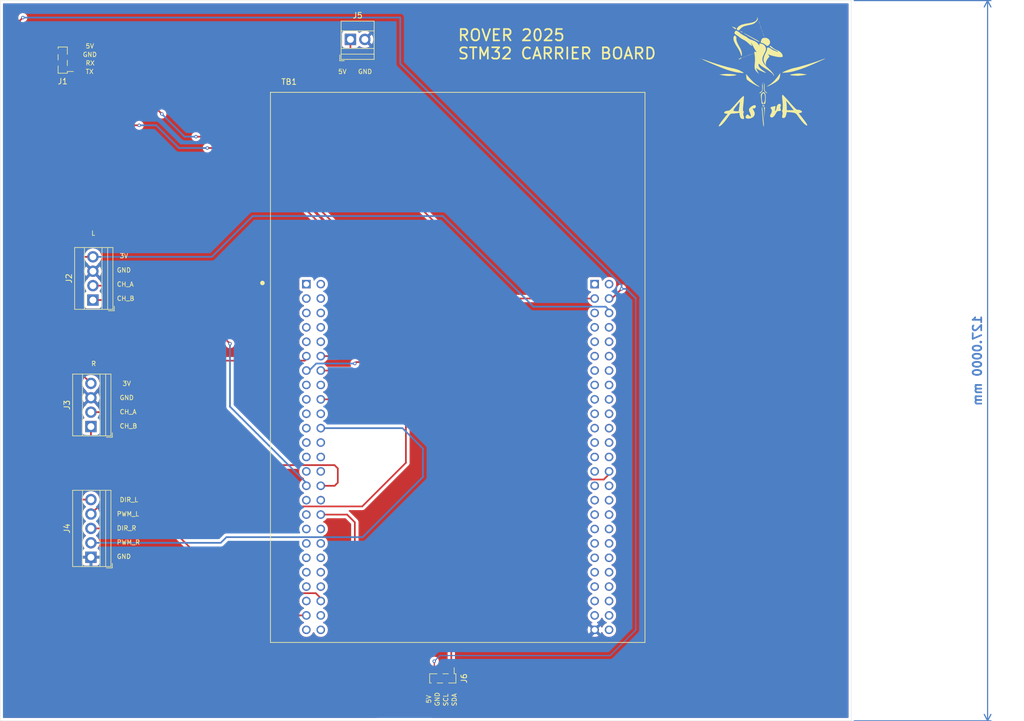
<source format=kicad_pcb>
(kicad_pcb (version 20240108) (generator "pcbnew") (generator_version "8.0")
  (layers (0 "F.Cu" signal) (31 "B.Cu" signal) (34 "B.Paste" user) (35 "F.Paste" user) (36 "B.SilkS" user "B.Silkscreen") (37 "F.SilkS" user "F.Silkscreen") (38 "B.Mask" user) (39 "F.Mask" user) (44 "Edge.Cuts" user))
  (net 0 "")
  (net 1 "GND")
  (net 2 "Vdd_5v")
  (net 3 "Vcc_5v")
  (net 4 "USART_RX")
  (net 5 "USART_TX")
  (net 6 "Vcc_3v")
  (net 7 "PWM1_L")
  (net 8 "Dir2_R")
  (net 9 "Dir1_L")
  (net 10 "PWM2_R")
  (net 11 "SDA")
  (net 12 "SCL")
  (net 96 "Channel A_L")
  (net 97 "Channel B_L")
  (net 98 "Channel A_R")
  (net 99 "Channel B_R")
  (footprint "logo.preety:logo" (layer "F.Cu") (at 185.5 49.5)
    (property "Reference" "G***" (hide yes))
    (property "Value" "LOGO" (hide yes))
  )
  (footprint "Connector_PinSocket_1.00mm:PinSocket_1x04_P1.00mm_Vertical_SMD_Pin1Left" (layer "F.Cu") (at 61.525 47 180)
    (property "Reference" "J1" (at 0 -3.75 0) (layer "F.SilkS"))
    (property "Value" "TTLConnections")
    (pad "1" smd rect (at -0.975 -1.5 180) (size 1.95 0.5) (layers "F.Cu" "F.Paste" "F.Mask") (net 5 "USART_TX"))
    (pad "2" smd rect (at 0.975 -0.5 180) (size 1.95 0.5) (layers "F.Cu" "F.Paste" "F.Mask") (net 4 "USART_RX"))
    (pad "3" smd rect (at -0.975 0.5 180) (size 1.95 0.5) (layers "F.Cu" "F.Paste" "F.Mask") (net 1 "GND"))
    (pad "4" smd rect (at 0.975 1.5 180) (size 1.95 0.5) (layers "F.Cu" "F.Paste" "F.Mask") (net 3 "Vcc_5v"))
  )
  (footprint "TerminalBlock:TerminalBlock_Xinya_XY308-2.54-2P_1x02_P2.54mm_Horizontal" (layer "F.Cu") (at 112.225 43.35)
    (property "Reference" "J5" (at 1.27 -4.22 0) (layer "F.SilkS"))
    (property "Value" "BuckInput")
    (pad "1" thru_hole rect (at 0 0) (size 2 2) (drill 1.2) (layers "*.Cu" "*.Mask") (net 2 "Vdd_5v"))
    (pad "2" thru_hole circle (at 2.54 0) (size 2 2) (drill 1.2) (layers "*.Cu" "*.Mask") (net 1 "GND"))
  )
  (footprint "TerminalBlock:TerminalBlock_Xinya_XY308-2.54-4P_1x04_P2.54mm_Horizontal" (layer "F.Cu") (at 66.5 111.62 90)
    (property "Reference" "J3" (at 3.81 -4.22 90) (layer "F.SilkS"))
    (property "Value" "RightWheelEncoder")
    (pad "1" thru_hole rect (at 0 0 90) (size 2 2) (drill 1.2) (layers "*.Cu" "*.Mask") (net 99 "Channel B_R"))
    (pad "2" thru_hole circle (at 2.54 0 90) (size 2 2) (drill 1.2) (layers "*.Cu" "*.Mask") (net 98 "Channel A_R"))
    (pad "3" thru_hole circle (at 5.08 0 90) (size 2 2) (drill 1.2) (layers "*.Cu" "*.Mask") (net 1 "GND"))
    (pad "4" thru_hole circle (at 7.62 0 90) (size 2 2) (drill 1.2) (layers "*.Cu" "*.Mask") (net 6 "Vcc_3v"))
  )
  (footprint "TerminalBlock:TerminalBlock_Xinya_XY308-2.54-4P_1x04_P2.54mm_Horizontal" (layer "F.Cu") (at 66.85 89.31 90)
    (property "Reference" "J2" (at 3.81 -4.22 90) (layer "F.SilkS"))
    (property "Value" "LeftWheelEncoder")
    (pad "1" thru_hole rect (at 0 0 90) (size 2 2) (drill 1.2) (layers "*.Cu" "*.Mask") (net 97 "Channel B_L"))
    (pad "2" thru_hole circle (at 2.54 0 90) (size 2 2) (drill 1.2) (layers "*.Cu" "*.Mask") (net 96 "Channel A_L"))
    (pad "3" thru_hole circle (at 5.08 0 90) (size 2 2) (drill 1.2) (layers "*.Cu" "*.Mask") (net 1 "GND"))
    (pad "4" thru_hole circle (at 7.62 0 90) (size 2 2) (drill 1.2) (layers "*.Cu" "*.Mask") (net 6 "Vcc_3v"))
  )
  (footprint "Connector_PinSocket_1.00mm:PinSocket_1x04_P1.00mm_Vertical_SMD_Pin1Left" (layer "F.Cu") (at 128.5 156.025 -90)
    (property "Reference" "J6" (at 0 -3.75 90) (layer "F.SilkS"))
    (property "Value" "IMUConnections")
    (pad "1" smd rect (at -0.975 -1.5 270) (size 1.95 0.5) (layers "F.Cu" "F.Paste" "F.Mask") (net 11 "SDA"))
    (pad "2" smd rect (at 0.975 -0.5 270) (size 1.95 0.5) (layers "F.Cu" "F.Paste" "F.Mask") (net 12 "SCL"))
    (pad "3" smd rect (at -0.975 0.5 270) (size 1.95 0.5) (layers "F.Cu" "F.Paste" "F.Mask") (net 1 "GND"))
    (pad "4" smd rect (at 0.975 1.5 270) (size 1.95 0.5) (layers "F.Cu" "F.Paste" "F.Mask") (net 3 "Vcc_5v"))
  )
  (footprint "astra_power:MODULE_STM32F4DISCOVERY" (layer "F.Cu") (at 131.13 101.18)
    (property "Reference" "TB1" (at -29.704825 -50.357815 0) (layer "F.SilkS") (effects (font (size 1.000654 1.000654))))
    (property "Value" "STM32F4DISCOVERY")
    (pad "P1_1" thru_hole rect (at -26.67 -14.68) (size 1.508 1.508) (drill 1) (layers "*.Cu" "*.Mask"))
    (pad "P1_2" thru_hole circle (at -24.13 -14.68) (size 1.508 1.508) (drill 1) (layers "*.Cu" "*.Mask"))
    (pad "P1_3" thru_hole circle (at -26.67 -12.14) (size 1.508 1.508) (drill 1) (layers "*.Cu" "*.Mask"))
    (pad "P1_4" thru_hole circle (at -24.13 -12.14) (size 1.508 1.508) (drill 1) (layers "*.Cu" "*.Mask"))
    (pad "P1_5" thru_hole circle (at -26.67 -9.6) (size 1.508 1.508) (drill 1) (layers "*.Cu" "*.Mask"))
    (pad "P1_6" thru_hole circle (at -24.13 -9.6) (size 1.508 1.508) (drill 1) (layers "*.Cu" "*.Mask"))
    (pad "P1_7" thru_hole circle (at -26.67 -7.06) (size 1.508 1.508) (drill 1) (layers "*.Cu" "*.Mask"))
    (pad "P1_8" thru_hole circle (at -24.13 -7.06) (size 1.508 1.508) (drill 1) (layers "*.Cu" "*.Mask"))
    (pad "P1_9" thru_hole circle (at -26.67 -4.52) (size 1.508 1.508) (drill 1) (layers "*.Cu" "*.Mask"))
    (pad "P1_10" thru_hole circle (at -24.13 -4.52) (size 1.508 1.508) (drill 1) (layers "*.Cu" "*.Mask"))
    (pad "P1_11" thru_hole circle (at -26.67 -1.98) (size 1.508 1.508) (drill 1) (layers "*.Cu" "*.Mask") (net 98 "Channel A_R"))
    (pad "P1_12" thru_hole circle (at -24.13 -1.98) (size 1.508 1.508) (drill 1) (layers "*.Cu" "*.Mask") (net 96 "Channel A_L"))
    (pad "P1_13" thru_hole circle (at -26.67 0.56) (size 1.508 1.508) (drill 1) (layers "*.Cu" "*.Mask") (net 4 "USART_RX"))
    (pad "P1_14" thru_hole circle (at -24.13 0.56) (size 1.508 1.508) (drill 1) (layers "*.Cu" "*.Mask") (net 5 "USART_TX"))
    (pad "P1_15" thru_hole circle (at -26.67 3.1) (size 1.508 1.508) (drill 1) (layers "*.Cu" "*.Mask"))
    (pad "P1_16" thru_hole circle (at -24.13 3.1) (size 1.508 1.508) (drill 1) (layers "*.Cu" "*.Mask"))
    (pad "P1_17" thru_hole circle (at -26.67 5.64) (size 1.508 1.508) (drill 1) (layers "*.Cu" "*.Mask"))
    (pad "P1_18" thru_hole circle (at -24.13 5.64) (size 1.508 1.508) (drill 1) (layers "*.Cu" "*.Mask") (net 7 "PWM1_L"))
    (pad "P1_19" thru_hole circle (at -26.67 8.18) (size 1.508 1.508) (drill 1) (layers "*.Cu" "*.Mask"))
    (pad "P1_20" thru_hole circle (at -24.13 8.18) (size 1.508 1.508) (drill 1) (layers "*.Cu" "*.Mask"))
    (pad "P1_21" thru_hole circle (at -26.67 10.72) (size 1.508 1.508) (drill 1) (layers "*.Cu" "*.Mask"))
    (pad "P1_22" thru_hole circle (at -24.13 10.72) (size 1.508 1.508) (drill 1) (layers "*.Cu" "*.Mask") (net 10 "PWM2_R"))
    (pad "P1_23" thru_hole circle (at -26.67 13.26) (size 1.508 1.508) (drill 1) (layers "*.Cu" "*.Mask"))
    (pad "P1_24" thru_hole circle (at -24.13 13.26) (size 1.508 1.508) (drill 1) (layers "*.Cu" "*.Mask"))
    (pad "P1_25" thru_hole circle (at -26.67 15.8) (size 1.508 1.508) (drill 1) (layers "*.Cu" "*.Mask"))
    (pad "P1_26" thru_hole circle (at -24.13 15.8) (size 1.508 1.508) (drill 1) (layers "*.Cu" "*.Mask"))
    (pad "P1_27" thru_hole circle (at -26.67 18.34) (size 1.508 1.508) (drill 1) (layers "*.Cu" "*.Mask"))
    (pad "P1_28" thru_hole circle (at -24.13 18.34) (size 1.508 1.508) (drill 1) (layers "*.Cu" "*.Mask"))
    (pad "P1_29" thru_hole circle (at -26.67 20.88) (size 1.508 1.508) (drill 1) (layers "*.Cu" "*.Mask") (net 97 "Channel B_L"))
    (pad "P1_30" thru_hole circle (at -24.13 20.88) (size 1.508 1.508) (drill 1) (layers "*.Cu" "*.Mask") (net 99 "Channel B_R"))
    (pad "P1_31" thru_hole circle (at -26.67 23.42) (size 1.508 1.508) (drill 1) (layers "*.Cu" "*.Mask"))
    (pad "P1_32" thru_hole circle (at -24.13 23.42) (size 1.508 1.508) (drill 1) (layers "*.Cu" "*.Mask"))
    (pad "P1_33" thru_hole circle (at -26.67 25.96) (size 1.508 1.508) (drill 1) (layers "*.Cu" "*.Mask"))
    (pad "P1_34" thru_hole circle (at -24.13 25.96) (size 1.508 1.508) (drill 1) (layers "*.Cu" "*.Mask") (net 12 "SCL"))
    (pad "P1_35" thru_hole circle (at -26.67 28.5) (size 1.508 1.508) (drill 1) (layers "*.Cu" "*.Mask"))
    (pad "P1_36" thru_hole circle (at -24.13 28.5) (size 1.508 1.508) (drill 1) (layers "*.Cu" "*.Mask"))
    (pad "P1_37" thru_hole circle (at -26.67 31.04) (size 1.508 1.508) (drill 1) (layers "*.Cu" "*.Mask"))
    (pad "P1_38" thru_hole circle (at -24.13 31.04) (size 1.508 1.508) (drill 1) (layers "*.Cu" "*.Mask"))
    (pad "P1_39" thru_hole circle (at -26.67 33.58) (size 1.508 1.508) (drill 1) (layers "*.Cu" "*.Mask"))
    (pad "P1_40" thru_hole circle (at -24.13 33.58) (size 1.508 1.508) (drill 1) (layers "*.Cu" "*.Mask"))
    (pad "P1_41" thru_hole circle (at -26.67 36.12) (size 1.508 1.508) (drill 1) (layers "*.Cu" "*.Mask"))
    (pad "P1_42" thru_hole circle (at -24.13 36.12) (size 1.508 1.508) (drill 1) (layers "*.Cu" "*.Mask"))
    (pad "P1_43" thru_hole circle (at -26.67 38.66) (size 1.508 1.508) (drill 1) (layers "*.Cu" "*.Mask"))
    (pad "P1_44" thru_hole circle (at -24.13 38.66) (size 1.508 1.508) (drill 1) (layers "*.Cu" "*.Mask"))
    (pad "P1_45" thru_hole circle (at -26.67 41.2) (size 1.508 1.508) (drill 1) (layers "*.Cu" "*.Mask"))
    (pad "P1_46" thru_hole circle (at -24.13 41.2) (size 1.508 1.508) (drill 1) (layers "*.Cu" "*.Mask") (net 8 "Dir2_R"))
    (pad "P1_47" thru_hole circle (at -26.67 43.74) (size 1.508 1.508) (drill 1) (layers "*.Cu" "*.Mask") (net 9 "Dir1_L"))
    (pad "P1_48" thru_hole circle (at -24.13 43.74) (size 1.508 1.508) (drill 1) (layers "*.Cu" "*.Mask"))
    (pad "P1_49" thru_hole circle (at -26.67 46.28) (size 1.508 1.508) (drill 1) (layers "*.Cu" "*.Mask"))
    (pad "P1_50" thru_hole circle (at -24.13 46.28) (size 1.508 1.508) (drill 1) (layers "*.Cu" "*.Mask"))
    (pad "P2_1" thru_hole rect (at 24.13 -14.68) (size 1.508 1.508) (drill 1) (layers "*.Cu" "*.Mask"))
    (pad "P2_2" thru_hole circle (at 26.67 -14.68) (size 1.508 1.508) (drill 1) (layers "*.Cu" "*.Mask"))
    (pad "P2_3" thru_hole circle (at 24.13 -12.14) (size 1.508 1.508) (drill 1) (layers "*.Cu" "*.Mask") (net 2 "Vdd_5v"))
    (pad "P2_4" thru_hole circle (at 26.67 -12.14) (size 1.508 1.508) (drill 1) (layers "*.Cu" "*.Mask") (net 3 "Vcc_5v"))
    (pad "P2_5" thru_hole circle (at 24.13 -9.6) (size 1.508 1.508) (drill 1) (layers "*.Cu" "*.Mask"))
    (pad "P2_6" thru_hole circle (at 26.67 -9.6) (size 1.508 1.508) (drill 1) (layers "*.Cu" "*.Mask") (net 6 "Vcc_3v"))
    (pad "P2_7" thru_hole circle (at 24.13 -7.06) (size 1.508 1.508) (drill 1) (layers "*.Cu" "*.Mask"))
    (pad "P2_8" thru_hole circle (at 26.67 -7.06) (size 1.508 1.508) (drill 1) (layers "*.Cu" "*.Mask"))
    (pad "P2_9" thru_hole circle (at 24.13 -4.52) (size 1.508 1.508) (drill 1) (layers "*.Cu" "*.Mask"))
    (pad "P2_10" thru_hole circle (at 26.67 -4.52) (size 1.508 1.508) (drill 1) (layers "*.Cu" "*.Mask"))
    (pad "P2_11" thru_hole circle (at 24.13 -1.98) (size 1.508 1.508) (drill 1) (layers "*.Cu" "*.Mask"))
    (pad "P2_12" thru_hole circle (at 26.67 -1.98) (size 1.508 1.508) (drill 1) (layers "*.Cu" "*.Mask"))
    (pad "P2_13" thru_hole circle (at 24.13 0.56) (size 1.508 1.508) (drill 1) (layers "*.Cu" "*.Mask"))
    (pad "P2_14" thru_hole circle (at 26.67 0.56) (size 1.508 1.508) (drill 1) (layers "*.Cu" "*.Mask"))
    (pad "P2_15" thru_hole circle (at 24.13 3.1) (size 1.508 1.508) (drill 1) (layers "*.Cu" "*.Mask"))
    (pad "P2_16" thru_hole circle (at 26.67 3.1) (size 1.508 1.508) (drill 1) (layers "*.Cu" "*.Mask"))
    (pad "P2_17" thru_hole circle (at 24.13 5.64) (size 1.508 1.508) (drill 1) (layers "*.Cu" "*.Mask"))
    (pad "P2_18" thru_hole circle (at 26.67 5.64) (size 1.508 1.508) (drill 1) (layers "*.Cu" "*.Mask"))
    (pad "P2_19" thru_hole circle (at 24.13 8.18) (size 1.508 1.508) (drill 1) (layers "*.Cu" "*.Mask"))
    (pad "P2_20" thru_hole circle (at 26.67 8.18) (size 1.508 1.508) (drill 1) (layers "*.Cu" "*.Mask"))
    (pad "P2_21" thru_hole circle (at 24.13 10.72) (size 1.508 1.508) (drill 1) (layers "*.Cu" "*.Mask"))
    (pad "P2_22" thru_hole circle (at 26.67 10.72) (size 1.508 1.508) (drill 1) (layers "*.Cu" "*.Mask"))
    (pad "P2_23" thru_hole circle (at 24.13 13.26) (size 1.508 1.508) (drill 1) (layers "*.Cu" "*.Mask"))
    (pad "P2_24" thru_hole circle (at 26.67 13.26) (size 1.508 1.508) (drill 1) (layers "*.Cu" "*.Mask"))
    (pad "P2_25" thru_hole circle (at 24.13 15.8) (size 1.508 1.508) (drill 1) (layers "*.Cu" "*.Mask"))
    (pad "P2_26" thru_hole circle (at 26.67 15.8) (size 1.508 1.508) (drill 1) (layers "*.Cu" "*.Mask"))
    (pad "P2_27" thru_hole circle (at 24.13 18.34) (size 1.508 1.508) (drill 1) (layers "*.Cu" "*.Mask"))
    (pad "P2_28" thru_hole circle (at 26.67 18.34) (size 1.508 1.508) (drill 1) (layers "*.Cu" "*.Mask") (net 11 "SDA"))
    (pad "P2_29" thru_hole circle (at 24.13 20.88) (size 1.508 1.508) (drill 1) (layers "*.Cu" "*.Mask"))
    (pad "P2_30" thru_hole circle (at 26.67 20.88) (size 1.508 1.508) (drill 1) (layers "*.Cu" "*.Mask"))
    (pad "P2_31" thru_hole circle (at 24.13 23.42) (size 1.508 1.508) (drill 1) (layers "*.Cu" "*.Mask"))
    (pad "P2_32" thru_hole circle (at 26.67 23.42) (size 1.508 1.508) (drill 1) (layers "*.Cu" "*.Mask"))
    (pad "P2_33" thru_hole circle (at 24.13 25.96) (size 1.508 1.508) (drill 1) (layers "*.Cu" "*.Mask"))
    (pad "P2_34" thru_hole circle (at 26.67 25.96) (size 1.508 1.508) (drill 1) (layers "*.Cu" "*.Mask"))
    (pad "P2_35" thru_hole circle (at 24.13 28.5) (size 1.508 1.508) (drill 1) (layers "*.Cu" "*.Mask"))
    (pad "P2_36" thru_hole circle (at 26.67 28.5) (size 1.508 1.508) (drill 1) (layers "*.Cu" "*.Mask"))
    (pad "P2_37" thru_hole circle (at 24.13 31.04) (size 1.508 1.508) (drill 1) (layers "*.Cu" "*.Mask"))
    (pad "P2_38" thru_hole circle (at 26.67 31.04) (size 1.508 1.508) (drill 1) (layers "*.Cu" "*.Mask"))
    (pad "P2_39" thru_hole circle (at 24.13 33.58) (size 1.508 1.508) (drill 1) (layers "*.Cu" "*.Mask"))
    (pad "P2_40" thru_hole circle (at 26.67 33.58) (size 1.508 1.508) (drill 1) (layers "*.Cu" "*.Mask"))
    (pad "P2_41" thru_hole circle (at 24.13 36.12) (size 1.508 1.508) (drill 1) (layers "*.Cu" "*.Mask"))
    (pad "P2_42" thru_hole circle (at 26.67 36.12) (size 1.508 1.508) (drill 1) (layers "*.Cu" "*.Mask"))
    (pad "P2_43" thru_hole circle (at 24.13 38.66) (size 1.508 1.508) (drill 1) (layers "*.Cu" "*.Mask"))
    (pad "P2_44" thru_hole circle (at 26.67 38.66) (size 1.508 1.508) (drill 1) (layers "*.Cu" "*.Mask"))
    (pad "P2_45" thru_hole circle (at 24.13 41.2) (size 1.508 1.508) (drill 1) (layers "*.Cu" "*.Mask"))
    (pad "P2_46" thru_hole circle (at 26.67 41.2) (size 1.508 1.508) (drill 1) (layers "*.Cu" "*.Mask"))
    (pad "P2_47" thru_hole circle (at 24.13 43.74) (size 1.508 1.508) (drill 1) (layers "*.Cu" "*.Mask"))
    (pad "P2_48" thru_hole circle (at 26.67 43.74) (size 1.508 1.508) (drill 1) (layers "*.Cu" "*.Mask"))
    (pad "P2_49" thru_hole circle (at 24.13 46.28) (size 1.508 1.508) (drill 1) (layers "*.Cu" "*.Mask") (net 1 "GND"))
    (pad "P2_50" thru_hole circle (at 26.67 46.28) (size 1.508 1.508) (drill 1) (layers "*.Cu" "*.Mask"))
  )
  (footprint "TerminalBlock:TerminalBlock_Xinya_XY308-2.54-5P_1x05_P2.54mm_Horizontal" (layer "F.Cu") (at 66.5 134.66 90)
    (property "Reference" "J4" (at 5.08 -4.22 90) (layer "F.SilkS"))
    (property "Value" "MotorDriverConnections")
    (pad "1" thru_hole rect (at 0 0 90) (size 2 2) (drill 1.2) (layers "*.Cu" "*.Mask") (net 1 "GND"))
    (pad "2" thru_hole circle (at 2.54 0 90) (size 2 2) (drill 1.2) (layers "*.Cu" "*.Mask") (net 10 "PWM2_R"))
    (pad "3" thru_hole circle (at 5.08 0 90) (size 2 2) (drill 1.2) (layers "*.Cu" "*.Mask") (net 8 "Dir2_R"))
    (pad "4" thru_hole circle (at 7.62 0 90) (size 2 2) (drill 1.2) (layers "*.Cu" "*.Mask") (net 7 "PWM1_L"))
    (pad "5" thru_hole circle (at 10.16 0 90) (size 2 2) (drill 1.2) (layers "*.Cu" "*.Mask") (net 9 "Dir1_L"))
  )
  (gr_rect (start 50.5 36.5) (end 200.5 163.5) (stroke (width 0.05)) (fill none) (layer "Edge.Cuts"))
  (gr_text "CH_B" (at 71.5 112 0) (layer "F.SilkS") (effects (font (size 0.8 0.8) (thickness 0.125)) (justify left bottom)))
  (gr_text "PWM_R" (at 71 132.5 0) (layer "F.SilkS") (effects (font (size 0.8 0.8) (thickness 0.125)) (justify left bottom)))
  (gr_text "CH_A" (at 71 87 0) (layer "F.SilkS") (effects (font (size 0.8 0.8) (thickness 0.125)) (justify left bottom)))
  (gr_text "CH_B" (at 71 89.5 0) (layer "F.SilkS") (effects (font (size 0.8 0.8) (thickness 0.125)) (justify left bottom)))
  (gr_text "GND" (at 113.5 49.5 0) (layer "F.SilkS") (effects (font (size 0.8 0.8) (thickness 0.125)) (justify left bottom)))
  (gr_text "GND" (at 71 84.5 0) (layer "F.SilkS") (effects (font (size 0.8 0.8) (thickness 0.125)) (justify left bottom)))
  (gr_text "GND" (at 71.5 107 0) (layer "F.SilkS") (effects (font (size 0.8 0.8) (thickness 0.125)) (justify left bottom)))
  (gr_text "5V" (at 65.5 45 0) (layer "F.SilkS") (effects (font (size 0.8 0.8) (thickness 0.125) (bold yes)) (justify left bottom)))
  (gr_text "RX" (at 65.5 48 0) (layer "F.SilkS") (effects (font (size 0.8 0.8) (thickness 0.125)) (justify left bottom)))
  (gr_text "DIR_L" (at 71.5 125 0) (layer "F.SilkS") (effects (font (size 0.8 0.8) (thickness 0.125)) (justify left bottom)))
  (gr_text "5V" (at 110 49.5 0) (layer "F.SilkS") (effects (font (size 0.8 0.8) (thickness 0.125)) (justify left bottom)))
  (gr_text "L" (at 66.5 78 0) (layer "F.SilkS") (effects (font (size 0.8 0.8) (thickness 0.125)) (justify left bottom)))
  (gr_text "TX" (at 65.5 49.5 0) (layer "F.SilkS") (effects (font (size 0.8 0.8) (thickness 0.125)) (justify left bottom)))
  (gr_text "R" (at 66.5 101 0) (layer "F.SilkS") (effects (font (size 0.8 0.8) (thickness 0.125)) (justify left bottom)))
  (gr_text "3V" (at 72 104.5 0) (layer "F.SilkS") (effects (font (size 0.8 0.8) (thickness 0.125)) (justify left bottom)))
  (gr_text "GND" (at 65 46.5 0) (layer "F.SilkS") (effects (font (size 0.8 0.8) (thickness 0.125)) (justify left bottom)))
  (gr_text "SDA" (at 131 161 90) (layer "F.SilkS") (effects (font (size 0.8 0.8) (thickness 0.125)) (justify left bottom)))
  (gr_text "5V" (at 126.5 160.5 90) (layer "F.SilkS") (effects (font (size 0.8 0.8) (thickness 0.125)) (justify left bottom)))
  (gr_text "3V" (at 71.5 82 0) (layer "F.SilkS") (effects (font (size 0.8 0.8) (thickness 0.125)) (justify left bottom)))
  (gr_text "SCL" (at 129.5 161 90) (layer "F.SilkS") (effects (font (size 0.8 0.8) (thickness 0.125)) (justify left bottom)))
  (gr_text "PWM_L" (at 71 127.5 0) (layer "F.SilkS") (effects (font (size 0.8 0.8) (thickness 0.125)) (justify left bottom)))
  (gr_text "GND" (at 71 135 0) (layer "F.SilkS") (effects (font (size 0.8 0.8) (thickness 0.125)) (justify left bottom)))
  (gr_text "ROVER 2025\nSTM32 CARRIER BOARD" (at 131 47 0) (layer "F.SilkS") (effects (font (size 2 2) (thickness 0.3)) (justify left bottom)))
  (gr_text "GND" (at 128 161 90) (layer "F.SilkS") (effects (font (size 0.8 0.8) (thickness 0.125)) (justify left bottom)))
  (gr_text "DIR_R" (at 71 130 0) (layer "F.SilkS") (effects (font (size 0.8 0.8) (thickness 0.125)) (justify left bottom)))
  (gr_text "CH_A" (at 71.5 109.5 0) (layer "F.SilkS") (effects (font (size 0.8 0.8) (thickness 0.125)) (justify left bottom)))
  (dimension (type aligned) (layer "B.Cu") (pts (xy 200.5 163.5) (xy 200.5 36.5)) (height 24) (gr_text "127.0000 mm" (at 222.7 100 90) (layer "B.Cu") (effects (font (size 1.5 1.5) (thickness 0.3)) (justify mirror))) (format (prefix "") (suffix "") (units 3) (units_format 1) (precision 4)) (style (thickness 0.2) (arrow_length 1.27) (text_position_mode 0) (extension_height 0.58642) (extension_offset 0.5) keep_text_aligned))
  (segment (start 61.5 106.5) (end 61.54 106.54) (width 0.3) (layer "B.Cu") (net 1))
  (segment (start 152.72 150.5) (end 155.76 147.46) (width 0.3) (layer "B.Cu") (net 1))
  (segment (start 140.54 89.04) (end 112.225 60.725) (width 0.3) (layer "F.Cu") (net 2))
  (segment (start 112.225 43.35) (end 112.225 60.725) (width 0.3) (layer "F.Cu") (net 2))
  (segment (start 155.76 89.04) (end 140.54 89.04) (width 0.3) (layer "F.Cu") (net 2))
  (segment (start 54.5 39.5) (end 54 40) (width 0.3) (layer "F.Cu") (net 3))
  (segment (start 54 40) (end 54 43) (width 0.3) (layer "F.Cu") (net 3))
  (segment (start 127 157) (end 127 153) (width 0.2) (layer "F.Cu") (net 3))
  (segment (start 56.5 45.5) (end 60.55 45.5) (width 0.3) (layer "F.Cu") (net 3))
  (segment (start 54 43) (end 56.5 45.5) (width 0.3) (layer "F.Cu") (net 3))
  (segment (start 160 87.34) (end 158.3 89.04) (width 0.3) (layer "F.Cu") (net 3))
  (via (at 127 153) (size 0.6) (drill 0.3) (layers "F.Cu" "B.Cu") (net 3))
  (via (at 160 87.34) (size 0.6) (drill 0.3) (layers "F.Cu" "B.Cu") (net 3))
  (via (at 54.5 39.5) (size 0.6) (drill 0.3) (layers "F.Cu" "B.Cu") (net 3))
  (segment (start 128 152) (end 158 152) (width 0.2) (layer "B.Cu") (net 3))
  (segment (start 121 47.638708) (end 121 39.5) (width 0.3) (layer "B.Cu") (net 3))
  (segment (start 160 87.34) (end 160 86.638708) (width 0.3) (layer "B.Cu") (net 3))
  (segment (start 158 152) (end 162.5 147.5) (width 0.2) (layer "B.Cu") (net 3))
  (segment (start 121 39.5) (end 54.5 39.5) (width 0.3) (layer "B.Cu") (net 3))
  (segment (start 127 153) (end 128 152) (width 0.2) (layer "B.Cu") (net 3))
  (segment (start 162.5 147.5) (end 162.5 89) (width 0.2) (layer "B.Cu") (net 3))
  (segment (start 160 86.638708) (end 121 47.638708) (width 0.3) (layer "B.Cu") (net 3))
  (segment (start 160.84 87.34) (end 160 87.34) (width 0.3) (layer "B.Cu") (net 3))
  (segment (start 162.5 89) (end 160.84 87.34) (width 0.3) (layer "B.Cu") (net 3))
  (segment (start 113.246 100.254) (end 113 100.5) (width 0.3) (layer "F.Cu") (net 4))
  (segment (start 56 49.5) (end 58 47.5) (width 0.3) (layer "F.Cu") (net 4))
  (segment (start 117 98.5) (end 117 86) (width 0.3) (layer "F.Cu") (net 4))
  (segment (start 56 58.5) (end 56 49.5) (width 0.3) (layer "F.Cu") (net 4))
  (segment (start 117 86) (end 93.5 62.5) (width 0.3) (layer "F.Cu") (net 4))
  (segment (start 93.5 62.5) (end 87 62.5) (width 0.3) (layer "F.Cu") (net 4))
  (segment (start 58 47.5) (end 60.55 47.5) (width 0.3) (layer "F.Cu") (net 4))
  (segment (start 115.246 100.254) (end 113.246 100.254) (width 0.3) (layer "F.Cu") (net 4))
  (segment (start 115.246 100.254) (end 117 98.5) (width 0.3) (layer "F.Cu") (net 4))
  (segment (start 75 58.5) (end 56 58.5) (width 0.3) (layer "F.Cu") (net 4))
  (via (at 75 58.5) (size 0.6) (drill 0.3) (layers "F.Cu" "B.Cu") (net 4))
  (via (at 113 100.5) (size 0.6) (drill 0.3) (layers "F.Cu" "B.Cu") (net 4))
  (via (at 87 62.5) (size 0.6) (drill 0.3) (layers "F.Cu" "B.Cu") (net 4))
  (segment (start 75 58.5) (end 78 58.5) (width 0.3) (layer "B.Cu") (net 4))
  (segment (start 106.2 100.5) (end 113 100.5) (width 0.3) (layer "B.Cu") (net 4))
  (segment (start 82 62.5) (end 87 62.5) (width 0.3) (layer "B.Cu") (net 4))
  (segment (start 104.96 101.74) (end 106.2 100.5) (width 0.3) (layer "B.Cu") (net 4))
  (segment (start 78 58.5) (end 82 62.5) (width 0.3) (layer "B.Cu") (net 4))
  (segment (start 119.5 98.5) (end 119.5 86) (width 0.3) (layer "F.Cu") (net 5))
  (segment (start 116.26 101.74) (end 119.5 98.5) (width 0.3) (layer "F.Cu") (net 5))
  (segment (start 63.5 48.5) (end 62.5 48.5) (width 0.3) (layer "F.Cu") (net 5))
  (segment (start 119.5 86) (end 94 60.5) (width 0.3) (layer "F.Cu") (net 5))
  (segment (start 94 60.5) (end 85 60.5) (width 0.3) (layer "F.Cu") (net 5))
  (segment (start 78 55.5) (end 70.5 55.5) (width 0.3) (layer "F.Cu") (net 5))
  (segment (start 79 56.5) (end 78 55.5) (width 0.3) (layer "F.Cu") (net 5))
  (segment (start 107.5 101.74) (end 116.26 101.74) (width 0.3) (layer "F.Cu") (net 5))
  (segment (start 70.5 55.5) (end 63.5 48.5) (width 0.3) (layer "F.Cu") (net 5))
  (via (at 85 60.5) (size 0.6) (drill 0.3) (layers "F.Cu" "B.Cu") (net 5))
  (via (at 79 56.5) (size 0.6) (drill 0.3) (layers "F.Cu" "B.Cu") (net 5))
  (segment (start 83 60.5) (end 85 60.5) (width 0.3) (layer "B.Cu") (net 5))
  (segment (start 79 56.5) (end 83 60.5) (width 0.3) (layer "B.Cu") (net 5))
  (segment (start 66.85 81.69) (end 62.31 81.69) (width 0.3) (layer "F.Cu") (net 6))
  (segment (start 57.5 95) (end 66.5 104) (width 0.3) (layer "F.Cu") (net 6))
  (segment (start 57.5 86.5) (end 57.5 95) (width 0.3) (layer "F.Cu") (net 6))
  (segment (start 62.31 81.69) (end 57.5 86.5) (width 0.3) (layer "F.Cu") (net 6))
  (segment (start 128.5 74.5) (end 144.476 90.476) (width 0.3) (layer "B.Cu") (net 6))
  (segment (start 95 74.5) (end 128.5 74.5) (width 0.3) (layer "B.Cu") (net 6))
  (segment (start 144.476 90.476) (end 157.196 90.476) (width 0.3) (layer "B.Cu") (net 6))
  (segment (start 66.85 81.69) (end 87.81 81.69) (width 0.3) (layer "B.Cu") (net 6))
  (segment (start 157.196 90.476) (end 158.3 91.58) (width 0.3) (layer "B.Cu") (net 6))
  (segment (start 87.81 81.69) (end 95 74.5) (width 0.3) (layer "B.Cu") (net 6))
  (segment (start 67.836 125.704) (end 114.296 125.704) (width 0.3) (layer "F.Cu") (net 7))
  (segment (start 118.82 106.82) (end 107.5 106.82) (width 0.3) (layer "F.Cu") (net 7))
  (segment (start 114.296 125.704) (end 122 118) (width 0.3) (layer "F.Cu") (net 7))
  (segment (start 122 118) (end 122 110) (width 0.3) (layer "F.Cu") (net 7))
  (segment (start 122 110) (end 118.82 106.82) (width 0.3) (layer "F.Cu") (net 7))
  (segment (start 66.5 127.04) (end 67.836 125.704) (width 0.3) (layer "F.Cu") (net 7))
  (segment (start 80.58 129.58) (end 91 140) (width 0.3) (layer "F.Cu") (net 8))
  (segment (start 101.5 141) (end 106.12 141) (width 0.3) (layer "F.Cu") (net 8))
  (segment (start 66.5 129.58) (end 80.58 129.58) (width 0.3) (layer "F.Cu") (net 8))
  (segment (start 106.12 141) (end 107.5 142.38) (width 0.3) (layer "F.Cu") (net 8))
  (segment (start 100.5 140) (end 101.5 141) (width 0.3) (layer "F.Cu") (net 8))
  (segment (start 91 140) (end 100.5 140) (width 0.3) (layer "F.Cu") (net 8))
  (segment (start 55.5 124) (end 56.5 124) (width 0.3) (layer "F.Cu") (net 9))
  (segment (start 57 124.5) (end 66.5 124.5) (width 0.3) (layer "F.Cu") (net 9))
  (segment (start 54 129) (end 54 125.5) (width 0.3) (layer "F.Cu") (net 9))
  (segment (start 104.96 144.92) (end 69.92 144.92) (width 0.3) (layer "F.Cu") (net 9))
  (segment (start 69.92 144.92) (end 54 129) (width 0.3) (layer "F.Cu") (net 9))
  (segment (start 54 125.5) (end 55.5 124) (width 0.3) (layer "F.Cu") (net 9))
  (segment (start 56.5 124) (end 57 124.5) (width 0.3) (layer "F.Cu") (net 9))
  (segment (start 121.4 111.9) (end 107.5 111.9) (width 0.3) (layer "B.Cu") (net 10))
  (segment (start 125 120.5) (end 125 115.5) (width 0.3) (layer "B.Cu") (net 10))
  (segment (start 114.384 131.116) (end 125 120.5) (width 0.3) (layer "B.Cu") (net 10))
  (segment (start 125 115.5) (end 121.4 111.9) (width 0.3) (layer "B.Cu") (net 10))
  (segment (start 89.38 132.12) (end 90.384 131.116) (width 0.3) (layer "B.Cu") (net 10))
  (segment (start 90.384 131.116) (end 114.384 131.116) (width 0.3) (layer "B.Cu") (net 10))
  (segment (start 66.5 132.12) (end 89.38 132.12) (width 0.3) (layer "B.Cu") (net 10))
  (segment (start 156.864 120.956) (end 158.3 119.52) (width 0.3) (layer "F.Cu") (net 11))
  (segment (start 149.544 120.956) (end 156.864 120.956) (width 0.3) (layer "F.Cu") (net 11))
  (segment (start 130 140.5) (end 149.544 120.956) (width 0.3) (layer "F.Cu") (net 11))
  (segment (start 130 155.05) (end 130 140.5) (width 0.3) (layer "F.Cu") (net 11))
  (segment (start 126 162.5) (end 117.5 162.5) (width 0.3) (layer "F.Cu") (net 12))
  (segment (start 129 159.5) (end 126 162.5) (width 0.3) (layer "F.Cu") (net 12))
  (segment (start 111.64 127.14) (end 113 128.5) (width 0.3) (layer "F.Cu") (net 12))
  (segment (start 107.5 127.14) (end 111.64 127.14) (width 0.3) (layer "F.Cu") (net 12))
  (segment (start 117.5 162.5) (end 113 158) (width 0.3) (layer "F.Cu") (net 12))
  (segment (start 113 158) (end 113 128.5) (width 0.3) (layer "F.Cu") (net 12))
  (segment (start 129 157) (end 129 159.5) (width 0.3) (layer "F.Cu") (net 12))
  (segment (start 107.5 99.2) (end 109.8 99.2) (width 0.3) (layer "F.Cu") (net 96))
  (segment (start 69 87) (end 68.77 86.77) (width 0.3) (layer "F.Cu") (net 96))
  (segment (start 111 84.5) (end 77 84.5) (width 0.3) (layer "F.Cu") (net 96))
  (segment (start 70 86.5) (end 69.5 87) (width 0.3) (layer "F.Cu") (net 96))
  (segment (start 77 84.5) (end 75 86.5) (width 0.3) (layer "F.Cu") (net 96))
  (segment (start 111 98) (end 111 84.5) (width 0.3) (layer "F.Cu") (net 96))
  (segment (start 75 86.5) (end 70 86.5) (width 0.3) (layer "F.Cu") (net 96))
  (segment (start 68.77 86.77) (end 66.85 86.77) (width 0.3) (layer "F.Cu") (net 96))
  (segment (start 109.8 99.2) (end 111 98) (width 0.3) (layer "F.Cu") (net 96))
  (segment (start 69.5 87) (end 69 87) (width 0.3) (layer "F.Cu") (net 96))
  (segment (start 66.85 89.31) (end 83.31 89.31) (width 0.3) (layer "F.Cu") (net 97))
  (segment (start 83.31 89.31) (end 91 97) (width 0.3) (layer "F.Cu") (net 97))
  (via (at 91 97) (size 0.6) (drill 0.3) (layers "F.Cu" "B.Cu") (net 97))
  (segment (start 91 97) (end 91 108.1) (width 0.3) (layer "B.Cu") (net 97))
  (segment (start 91 108.1) (end 104.96 122.06) (width 0.3) (layer "B.Cu") (net 97))
  (segment (start 72.42 109.08) (end 81.5 100) (width 0.3) (layer "F.Cu") (net 98))
  (segment (start 81.5 100) (end 104.16 100) (width 0.3) (layer "F.Cu") (net 98))
  (segment (start 66.5 109.08) (end 72.42 109.08) (width 0.3) (layer "F.Cu") (net 98))
  (segment (start 104.16 100) (end 104.96 99.2) (width 0.3) (layer "F.Cu") (net 98))
  (segment (start 109.44 122.06) (end 110 121.5) (width 0.3) (layer "F.Cu") (net 99))
  (segment (start 69.916 118.416) (end 66.5 115) (width 0.3) (layer "F.Cu") (net 99))
  (segment (start 66.5 115) (end 66.5 111.62) (width 0.3) (layer "F.Cu") (net 99))
  (segment (start 110 119) (end 109.416 118.416) (width 0.3) (layer "F.Cu") (net 99))
  (segment (start 109.416 118.416) (end 69.916 118.416) (width 0.3) (layer "F.Cu") (net 99))
  (segment (start 110 121.5) (end 110 119) (width 0.3) (layer "F.Cu") (net 99))
  (segment (start 107.5 122.06) (end 109.44 122.06) (width 0.3) (layer "F.Cu") (net 99))
  (zone (net 1) (net_name "GND") (layer "F.Cu") (priority 1) (connect_pads (clearance 0.5)) (min_thickness 0.25) (fill yes (thermal_gap 0.5) (thermal_bridge_width 0.5))
    (polygon (pts (xy 50.5 36.5) (xy 200.5 36.5) (xy 200.5 163.5) (xy 50.5 163.5)))
  )
  (zone (net 1) (net_name "GND") (layer "B.Cu") (connect_pads (clearance 0.5)) (min_thickness 0.25) (fill yes (thermal_gap 0.5) (thermal_bridge_width 0.5))
    (polygon (pts (xy 50.5 36.5) (xy 200.5 36.5) (xy 200.5 163.5) (xy 50.5 163.5)))
  )
)
</source>
